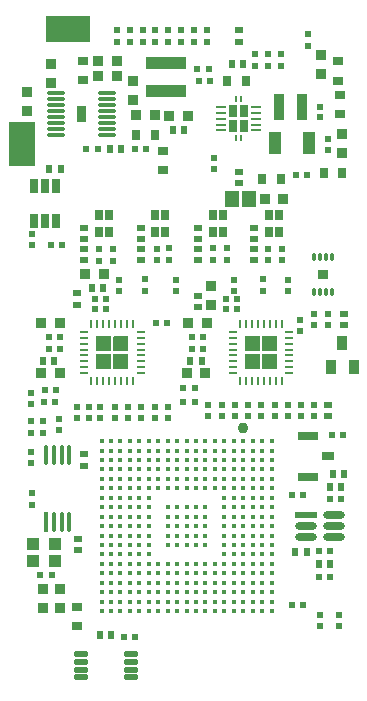
<source format=gtp>
G04*
G04 #@! TF.GenerationSoftware,Altium Limited,Altium Designer,21.0.9 (235)*
G04*
G04 Layer_Color=8421504*
%FSLAX25Y25*%
%MOIN*%
G70*
G04*
G04 #@! TF.SameCoordinates,4C2DBE1E-8494-471D-9509-704978DB3033*
G04*
G04*
G04 #@! TF.FilePolarity,Positive*
G04*
G01*
G75*
%ADD26R,0.02677X0.04134*%
%ADD27R,0.01024X0.01968*%
%ADD28R,0.02362X0.02520*%
%ADD29R,0.02520X0.02362*%
G04:AMPARAMS|DCode=30|XSize=43.31mil|YSize=39.37mil|CornerRadius=2.36mil|HoleSize=0mil|Usage=FLASHONLY|Rotation=180.000|XOffset=0mil|YOffset=0mil|HoleType=Round|Shape=RoundedRectangle|*
%AMROUNDEDRECTD30*
21,1,0.04331,0.03465,0,0,180.0*
21,1,0.03858,0.03937,0,0,180.0*
1,1,0.00472,-0.01929,0.01732*
1,1,0.00472,0.01929,0.01732*
1,1,0.00472,0.01929,-0.01732*
1,1,0.00472,-0.01929,-0.01732*
%
%ADD30ROUNDEDRECTD30*%
%ADD31R,0.02300X0.02000*%
%ADD32R,0.08700X0.14700*%
%ADD33R,0.14700X0.08700*%
%ADD34C,0.01575*%
%ADD35R,0.01968X0.02165*%
%ADD36R,0.03740X0.03347*%
%ADD37R,0.03740X0.02953*%
%ADD38R,0.02000X0.02300*%
%ADD39R,0.03200X0.04600*%
%ADD40R,0.04545X0.05339*%
%ADD41R,0.02165X0.01968*%
%ADD42R,0.03347X0.03740*%
%ADD43R,0.02362X0.02165*%
G04:AMPARAMS|DCode=44|XSize=65.17mil|YSize=14.99mil|CornerRadius=7.5mil|HoleSize=0mil|Usage=FLASHONLY|Rotation=90.000|XOffset=0mil|YOffset=0mil|HoleType=Round|Shape=RoundedRectangle|*
%AMROUNDEDRECTD44*
21,1,0.06517,0.00000,0,0,90.0*
21,1,0.05018,0.01499,0,0,90.0*
1,1,0.01499,0.00000,0.02509*
1,1,0.01499,0.00000,-0.02509*
1,1,0.01499,0.00000,-0.02509*
1,1,0.01499,0.00000,0.02509*
%
%ADD44ROUNDEDRECTD44*%
%ADD45R,0.01499X0.06517*%
G04:AMPARAMS|DCode=46|XSize=9.84mil|YSize=23.62mil|CornerRadius=1.97mil|HoleSize=0mil|Usage=FLASHONLY|Rotation=180.000|XOffset=0mil|YOffset=0mil|HoleType=Round|Shape=RoundedRectangle|*
%AMROUNDEDRECTD46*
21,1,0.00984,0.01968,0,0,180.0*
21,1,0.00591,0.02362,0,0,180.0*
1,1,0.00394,-0.00295,0.00984*
1,1,0.00394,0.00295,0.00984*
1,1,0.00394,0.00295,-0.00984*
1,1,0.00394,-0.00295,-0.00984*
%
%ADD46ROUNDEDRECTD46*%
G04:AMPARAMS|DCode=47|XSize=23.62mil|YSize=9.84mil|CornerRadius=1.97mil|HoleSize=0mil|Usage=FLASHONLY|Rotation=180.000|XOffset=0mil|YOffset=0mil|HoleType=Round|Shape=RoundedRectangle|*
%AMROUNDEDRECTD47*
21,1,0.02362,0.00591,0,0,180.0*
21,1,0.01968,0.00984,0,0,180.0*
1,1,0.00394,-0.00984,0.00295*
1,1,0.00394,0.00984,0.00295*
1,1,0.00394,0.00984,-0.00295*
1,1,0.00394,-0.00984,-0.00295*
%
%ADD47ROUNDEDRECTD47*%
G04:AMPARAMS|DCode=48|XSize=9.06mil|YSize=31.5mil|CornerRadius=1mil|HoleSize=0mil|Usage=FLASHONLY|Rotation=90.000|XOffset=0mil|YOffset=0mil|HoleType=Round|Shape=RoundedRectangle|*
%AMROUNDEDRECTD48*
21,1,0.00906,0.02950,0,0,90.0*
21,1,0.00706,0.03150,0,0,90.0*
1,1,0.00200,0.01475,0.00353*
1,1,0.00200,0.01475,-0.00353*
1,1,0.00200,-0.01475,-0.00353*
1,1,0.00200,-0.01475,0.00353*
%
%ADD48ROUNDEDRECTD48*%
%ADD49R,0.02953X0.03543*%
%ADD50R,0.03543X0.02953*%
%ADD51R,0.03347X0.09055*%
%ADD52R,0.13386X0.03858*%
G04:AMPARAMS|DCode=53|XSize=57.09mil|YSize=11.02mil|CornerRadius=1.38mil|HoleSize=0mil|Usage=FLASHONLY|Rotation=0.000|XOffset=0mil|YOffset=0mil|HoleType=Round|Shape=RoundedRectangle|*
%AMROUNDEDRECTD53*
21,1,0.05709,0.00827,0,0,0.0*
21,1,0.05433,0.01102,0,0,0.0*
1,1,0.00276,0.02717,-0.00413*
1,1,0.00276,-0.02717,-0.00413*
1,1,0.00276,-0.02717,0.00413*
1,1,0.00276,0.02717,0.00413*
%
%ADD53ROUNDEDRECTD53*%
G04:AMPARAMS|DCode=54|XSize=27.95mil|YSize=10.63mil|CornerRadius=3.72mil|HoleSize=0mil|Usage=FLASHONLY|Rotation=270.000|XOffset=0mil|YOffset=0mil|HoleType=Round|Shape=RoundedRectangle|*
%AMROUNDEDRECTD54*
21,1,0.02795,0.00319,0,0,270.0*
21,1,0.02051,0.01063,0,0,270.0*
1,1,0.00744,-0.00160,-0.01026*
1,1,0.00744,-0.00160,0.01026*
1,1,0.00744,0.00160,0.01026*
1,1,0.00744,0.00160,-0.01026*
%
%ADD54ROUNDEDRECTD54*%
G04:AMPARAMS|DCode=55|XSize=25.59mil|YSize=47.24mil|CornerRadius=1.92mil|HoleSize=0mil|Usage=FLASHONLY|Rotation=180.000|XOffset=0mil|YOffset=0mil|HoleType=Round|Shape=RoundedRectangle|*
%AMROUNDEDRECTD55*
21,1,0.02559,0.04341,0,0,180.0*
21,1,0.02175,0.04724,0,0,180.0*
1,1,0.00384,-0.01088,0.02170*
1,1,0.00384,0.01088,0.02170*
1,1,0.00384,0.01088,-0.02170*
1,1,0.00384,-0.01088,-0.02170*
%
%ADD55ROUNDEDRECTD55*%
%ADD56R,0.07301X0.02410*%
G04:AMPARAMS|DCode=57|XSize=73.01mil|YSize=24.1mil|CornerRadius=12.05mil|HoleSize=0mil|Usage=FLASHONLY|Rotation=0.000|XOffset=0mil|YOffset=0mil|HoleType=Round|Shape=RoundedRectangle|*
%AMROUNDEDRECTD57*
21,1,0.07301,0.00000,0,0,0.0*
21,1,0.04891,0.02410,0,0,0.0*
1,1,0.02410,0.02445,0.00000*
1,1,0.02410,-0.02445,0.00000*
1,1,0.02410,-0.02445,0.00000*
1,1,0.02410,0.02445,0.00000*
%
%ADD57ROUNDEDRECTD57*%
G04:AMPARAMS|DCode=58|XSize=17.72mil|YSize=45.28mil|CornerRadius=1.95mil|HoleSize=0mil|Usage=FLASHONLY|Rotation=270.000|XOffset=0mil|YOffset=0mil|HoleType=Round|Shape=RoundedRectangle|*
%AMROUNDEDRECTD58*
21,1,0.01772,0.04138,0,0,270.0*
21,1,0.01382,0.04528,0,0,270.0*
1,1,0.00390,-0.02069,-0.00691*
1,1,0.00390,-0.02069,0.00691*
1,1,0.00390,0.02069,0.00691*
1,1,0.00390,0.02069,-0.00691*
%
%ADD58ROUNDEDRECTD58*%
%ADD59R,0.04331X0.03150*%
%ADD60R,0.06693X0.03150*%
%ADD61R,0.02559X0.03347*%
%ADD62C,0.03637*%
%ADD63R,0.04464X0.07200*%
%ADD64R,0.03100X0.03700*%
G36*
X27610Y189720D02*
X24358D01*
Y195319D01*
X27610D01*
Y189720D01*
D02*
G37*
G36*
X108228Y137343D02*
X104764D01*
Y140571D01*
X108228D01*
Y137343D01*
D02*
G37*
G36*
X91135Y118356D02*
X91190Y118300D01*
X91220Y118228D01*
Y118189D01*
Y113583D01*
Y113543D01*
X91190Y113471D01*
X91135Y113416D01*
X91063Y113386D01*
X86378D01*
X86306Y113416D01*
X86250Y113471D01*
X86221Y113543D01*
Y113583D01*
Y118189D01*
Y118228D01*
X86250Y118300D01*
X86306Y118356D01*
X86378Y118386D01*
X91063D01*
X91135Y118356D01*
D02*
G37*
G36*
X85348D02*
X85403Y118300D01*
X85433Y118228D01*
Y118189D01*
Y113583D01*
Y113543D01*
X85403Y113471D01*
X85348Y113416D01*
X85275Y113386D01*
X80591D01*
X80518Y113416D01*
X80463Y113471D01*
X80433Y113543D01*
Y113583D01*
Y118189D01*
Y118228D01*
X80463Y118300D01*
X80518Y118356D01*
X80591Y118386D01*
X85275D01*
X85348Y118356D01*
D02*
G37*
G36*
X41529D02*
X41584Y118300D01*
X41614Y118228D01*
Y118189D01*
Y113583D01*
Y113543D01*
X41584Y113471D01*
X41529Y113416D01*
X41456Y113386D01*
X36772D01*
X36700Y113416D01*
X36644Y113471D01*
X36614Y113543D01*
Y113583D01*
Y118189D01*
Y118228D01*
X36644Y118300D01*
X36700Y118356D01*
X36772Y118386D01*
X41456D01*
X41529Y118356D01*
D02*
G37*
G36*
X35741D02*
X35797Y118300D01*
X35827Y118228D01*
Y118189D01*
Y113583D01*
Y113543D01*
X35797Y113471D01*
X35741Y113416D01*
X35669Y113386D01*
X30985D01*
X30912Y113416D01*
X30857Y113471D01*
X30827Y113543D01*
Y113583D01*
Y118189D01*
Y118228D01*
X30857Y118300D01*
X30912Y118356D01*
X30985Y118386D01*
X35669D01*
X35741Y118356D01*
D02*
G37*
G36*
X91135Y112568D02*
X91190Y112513D01*
X91220Y112441D01*
Y112402D01*
Y107795D01*
Y107756D01*
X91190Y107684D01*
X91135Y107628D01*
X91063Y107598D01*
X86378D01*
X86306Y107628D01*
X86250Y107684D01*
X86221Y107756D01*
Y107795D01*
Y112402D01*
Y112441D01*
X86250Y112513D01*
X86306Y112568D01*
X86378Y112598D01*
X91063D01*
X91135Y112568D01*
D02*
G37*
G36*
X85348D02*
X85403Y112513D01*
X85433Y112441D01*
Y112402D01*
Y107795D01*
Y107756D01*
X85403Y107684D01*
X85348Y107628D01*
X85275Y107598D01*
X80591D01*
X80518Y107628D01*
X80463Y107684D01*
X80433Y107756D01*
Y107795D01*
Y112402D01*
Y112441D01*
X80463Y112513D01*
X80518Y112568D01*
X80591Y112598D01*
X85275D01*
X85348Y112568D01*
D02*
G37*
G36*
X41529D02*
X41584Y112513D01*
X41614Y112441D01*
Y112402D01*
Y107795D01*
Y107756D01*
X41584Y107684D01*
X41529Y107628D01*
X41456Y107598D01*
X36772D01*
X36700Y107628D01*
X36644Y107684D01*
X36614Y107756D01*
Y107795D01*
Y112402D01*
Y112441D01*
X36644Y112513D01*
X36700Y112568D01*
X36772Y112598D01*
X41456D01*
X41529Y112568D01*
D02*
G37*
G36*
X35741D02*
X35797Y112513D01*
X35827Y112441D01*
Y112402D01*
Y107795D01*
Y107756D01*
X35797Y107684D01*
X35741Y107628D01*
X35669Y107598D01*
X30985D01*
X30912Y107628D01*
X30857Y107684D01*
X30827Y107756D01*
Y107795D01*
Y112402D01*
Y112441D01*
X30857Y112513D01*
X30912Y112568D01*
X30985Y112598D01*
X35669D01*
X35741Y112568D01*
D02*
G37*
D26*
X76575Y193445D02*
D03*
X80118D02*
D03*
Y188445D02*
D03*
X76575D02*
D03*
D27*
X77362Y197362D02*
D03*
X79331D02*
D03*
Y184528D02*
D03*
X77362D02*
D03*
D28*
X16968Y110236D02*
D03*
X13189D02*
D03*
X32010Y18700D02*
D03*
X35790D02*
D03*
X39291Y180709D02*
D03*
X35512D02*
D03*
X33190Y134500D02*
D03*
X29410D02*
D03*
X19090Y174300D02*
D03*
X15310D02*
D03*
X105197Y42520D02*
D03*
X108976D02*
D03*
X97323Y46457D02*
D03*
X101102D02*
D03*
X108740Y68110D02*
D03*
X112520D02*
D03*
X62283Y110236D02*
D03*
X66063D02*
D03*
X109803Y72441D02*
D03*
X113583D02*
D03*
X79843Y209055D02*
D03*
X76063D02*
D03*
X56389Y187019D02*
D03*
X60168D02*
D03*
D29*
X24900Y47110D02*
D03*
Y50890D02*
D03*
X24500Y128910D02*
D03*
Y132690D02*
D03*
X78347Y216614D02*
D03*
Y220394D02*
D03*
X113386Y122126D02*
D03*
Y125906D02*
D03*
X64961Y128110D02*
D03*
Y131890D02*
D03*
X83465Y147559D02*
D03*
Y143780D02*
D03*
Y150866D02*
D03*
Y154646D02*
D03*
X64961Y150866D02*
D03*
Y154646D02*
D03*
Y147559D02*
D03*
Y143780D02*
D03*
X45669Y150866D02*
D03*
Y154646D02*
D03*
Y147559D02*
D03*
Y143780D02*
D03*
X26772Y147559D02*
D03*
Y143780D02*
D03*
Y150866D02*
D03*
Y154646D02*
D03*
X26772Y79055D02*
D03*
Y75276D02*
D03*
X108268Y95591D02*
D03*
Y91811D02*
D03*
X78347Y169370D02*
D03*
Y173150D02*
D03*
D30*
X17081Y49266D02*
D03*
X9994D02*
D03*
X17081Y43360D02*
D03*
X9994D02*
D03*
D31*
X83858Y212330D02*
D03*
Y208530D02*
D03*
X13100Y86200D02*
D03*
Y90000D02*
D03*
X101600Y215200D02*
D03*
Y219000D02*
D03*
X90382Y91801D02*
D03*
Y95601D02*
D03*
X81609Y95601D02*
D03*
Y91801D02*
D03*
X111700Y25522D02*
D03*
Y21722D02*
D03*
X105512Y25522D02*
D03*
Y21722D02*
D03*
X85996Y95601D02*
D03*
Y91801D02*
D03*
X68110Y95601D02*
D03*
Y91801D02*
D03*
X54724Y94813D02*
D03*
Y91013D02*
D03*
X103543Y95601D02*
D03*
Y91801D02*
D03*
X99156Y95601D02*
D03*
Y91801D02*
D03*
X94769Y95601D02*
D03*
Y91801D02*
D03*
X77222Y95601D02*
D03*
Y91801D02*
D03*
X72835Y95601D02*
D03*
Y91801D02*
D03*
X37177Y94813D02*
D03*
Y91013D02*
D03*
X50337Y94813D02*
D03*
Y91013D02*
D03*
X41563Y94813D02*
D03*
Y91013D02*
D03*
X32283Y94813D02*
D03*
Y91013D02*
D03*
X24409Y94813D02*
D03*
Y91013D02*
D03*
X45950Y94813D02*
D03*
Y91013D02*
D03*
X9055Y99538D02*
D03*
Y95738D02*
D03*
X69685Y147687D02*
D03*
Y143887D02*
D03*
X74410Y147687D02*
D03*
Y143887D02*
D03*
X55118Y147687D02*
D03*
Y143887D02*
D03*
X51181Y147569D02*
D03*
Y143769D02*
D03*
X47244Y133533D02*
D03*
Y137333D02*
D03*
X36614Y147452D02*
D03*
Y143652D02*
D03*
X31890Y147452D02*
D03*
Y143652D02*
D03*
X88189Y147569D02*
D03*
Y143769D02*
D03*
X92713Y147569D02*
D03*
Y143769D02*
D03*
X86614Y133533D02*
D03*
Y137333D02*
D03*
X108268Y184184D02*
D03*
Y180384D02*
D03*
X70079Y177884D02*
D03*
Y174084D02*
D03*
X54724Y220404D02*
D03*
Y216604D02*
D03*
X63386Y220404D02*
D03*
Y216604D02*
D03*
X92520Y212330D02*
D03*
Y208530D02*
D03*
X88189Y212330D02*
D03*
Y208530D02*
D03*
X50394Y220404D02*
D03*
Y216604D02*
D03*
X46457Y220404D02*
D03*
Y216604D02*
D03*
X9400Y148700D02*
D03*
Y152500D02*
D03*
X28403Y91013D02*
D03*
Y94813D02*
D03*
X9055Y79853D02*
D03*
Y76053D02*
D03*
X9449Y66073D02*
D03*
Y62273D02*
D03*
X18504Y90876D02*
D03*
Y87076D02*
D03*
X9055Y90000D02*
D03*
Y86200D02*
D03*
X42100Y220400D02*
D03*
Y216600D02*
D03*
X37800Y220400D02*
D03*
Y216600D02*
D03*
X67716Y216604D02*
D03*
Y220404D02*
D03*
X59055D02*
D03*
Y216604D02*
D03*
D32*
X6100Y182600D02*
D03*
D33*
X21400Y220700D02*
D03*
D34*
X32677Y83465D02*
D03*
X35827D02*
D03*
X38976D02*
D03*
X42126D02*
D03*
X45276D02*
D03*
X48425D02*
D03*
X51575D02*
D03*
X54724D02*
D03*
X57874D02*
D03*
X61024D02*
D03*
X64173D02*
D03*
X67323D02*
D03*
X70472D02*
D03*
X73622D02*
D03*
X76772D02*
D03*
X79921D02*
D03*
X83071D02*
D03*
X86221D02*
D03*
X89370D02*
D03*
X32677Y80315D02*
D03*
X35827D02*
D03*
X38976D02*
D03*
X42126D02*
D03*
X45276D02*
D03*
X48425D02*
D03*
X51575D02*
D03*
X54724D02*
D03*
X57874D02*
D03*
X61024D02*
D03*
X64173D02*
D03*
X67323D02*
D03*
X70472D02*
D03*
X73622D02*
D03*
X76772D02*
D03*
X79921D02*
D03*
X83071D02*
D03*
X86221D02*
D03*
X89370D02*
D03*
X32677Y77165D02*
D03*
X35827D02*
D03*
X38976D02*
D03*
X42126D02*
D03*
X45276D02*
D03*
X48425D02*
D03*
X51575D02*
D03*
X54724D02*
D03*
X57874D02*
D03*
X61024D02*
D03*
X64173D02*
D03*
X67323D02*
D03*
X70472D02*
D03*
X73622D02*
D03*
X76772D02*
D03*
X79921D02*
D03*
X83071D02*
D03*
X86221D02*
D03*
X89370D02*
D03*
X32677Y74016D02*
D03*
X35827D02*
D03*
X38976D02*
D03*
X42126D02*
D03*
X45276D02*
D03*
X48425D02*
D03*
X51575D02*
D03*
X54724D02*
D03*
X57874D02*
D03*
X61024D02*
D03*
X64173D02*
D03*
X67323D02*
D03*
X70472D02*
D03*
X73622D02*
D03*
X76772D02*
D03*
X79921D02*
D03*
X83071D02*
D03*
X86221D02*
D03*
X89370D02*
D03*
X32677Y70866D02*
D03*
X35827D02*
D03*
X38976D02*
D03*
X42126D02*
D03*
X45276D02*
D03*
X48425D02*
D03*
X51575D02*
D03*
X54724D02*
D03*
X57874D02*
D03*
X61024D02*
D03*
X64173D02*
D03*
X67323D02*
D03*
X70472D02*
D03*
X73622D02*
D03*
X76772D02*
D03*
X79921D02*
D03*
X83071D02*
D03*
X86221D02*
D03*
X89370D02*
D03*
X32677Y67716D02*
D03*
X35827D02*
D03*
X38976D02*
D03*
X42126D02*
D03*
X45276D02*
D03*
X48425D02*
D03*
X51575D02*
D03*
X54724D02*
D03*
X57874D02*
D03*
X61024D02*
D03*
X64173D02*
D03*
X67323D02*
D03*
X70472D02*
D03*
X73622D02*
D03*
X76772D02*
D03*
X79921D02*
D03*
X83071D02*
D03*
X86221D02*
D03*
X89370D02*
D03*
X32677Y64567D02*
D03*
X35827D02*
D03*
X38976D02*
D03*
X42126D02*
D03*
X45276D02*
D03*
X48425D02*
D03*
X73622D02*
D03*
X76772D02*
D03*
X79921D02*
D03*
X83071D02*
D03*
X86221D02*
D03*
X89370D02*
D03*
X32677Y61417D02*
D03*
X35827D02*
D03*
X38976D02*
D03*
X42126D02*
D03*
X45276D02*
D03*
X48425D02*
D03*
X54724D02*
D03*
X57874D02*
D03*
X61024D02*
D03*
X64173D02*
D03*
X67323D02*
D03*
X73622D02*
D03*
X76772D02*
D03*
X79921D02*
D03*
X83071D02*
D03*
X86221D02*
D03*
X89370D02*
D03*
X32677Y58268D02*
D03*
X35827D02*
D03*
X38976D02*
D03*
X42126D02*
D03*
X45276D02*
D03*
X48425D02*
D03*
X54724D02*
D03*
X57874D02*
D03*
X61024D02*
D03*
X64173D02*
D03*
X67323D02*
D03*
X73622D02*
D03*
X76772D02*
D03*
X79921D02*
D03*
X83071D02*
D03*
X86221D02*
D03*
X89370D02*
D03*
X32677Y55118D02*
D03*
X35827D02*
D03*
X38976D02*
D03*
X42126D02*
D03*
X45276D02*
D03*
X48425D02*
D03*
X54724D02*
D03*
X57874D02*
D03*
X61024D02*
D03*
X64173D02*
D03*
X67323D02*
D03*
X73622D02*
D03*
X76772D02*
D03*
X79921D02*
D03*
X83071D02*
D03*
X86221D02*
D03*
X89370D02*
D03*
X32677Y51968D02*
D03*
X35827D02*
D03*
X38976D02*
D03*
X42126D02*
D03*
X45276D02*
D03*
X48425D02*
D03*
X54724D02*
D03*
X57874D02*
D03*
X61024D02*
D03*
X64173D02*
D03*
X67323D02*
D03*
X73622D02*
D03*
X76772D02*
D03*
X79921D02*
D03*
X83071D02*
D03*
X86221D02*
D03*
X89370D02*
D03*
X32677Y48819D02*
D03*
X35827D02*
D03*
X38976D02*
D03*
X42126D02*
D03*
X45276D02*
D03*
X48425D02*
D03*
X54724D02*
D03*
X57874D02*
D03*
X61024D02*
D03*
X64173D02*
D03*
X67323D02*
D03*
X73622D02*
D03*
X76772D02*
D03*
X79921D02*
D03*
X83071D02*
D03*
X86221D02*
D03*
X89370D02*
D03*
X32677Y45669D02*
D03*
X35827D02*
D03*
X38976D02*
D03*
X42126D02*
D03*
X45276D02*
D03*
X48425D02*
D03*
X73622D02*
D03*
X76772D02*
D03*
X79921D02*
D03*
X83071D02*
D03*
X86221D02*
D03*
X89370D02*
D03*
X32677Y42520D02*
D03*
X35827D02*
D03*
X38976D02*
D03*
X42126D02*
D03*
X45276D02*
D03*
X48425D02*
D03*
X51575D02*
D03*
X54724D02*
D03*
X57874D02*
D03*
X61024D02*
D03*
X64173D02*
D03*
X67323D02*
D03*
X70472D02*
D03*
X73622D02*
D03*
X76772D02*
D03*
X79921D02*
D03*
X83071D02*
D03*
X86221D02*
D03*
X89370D02*
D03*
X32677Y39370D02*
D03*
X35827D02*
D03*
X38976D02*
D03*
X42126D02*
D03*
X45276D02*
D03*
X48425D02*
D03*
X51575D02*
D03*
X54724D02*
D03*
X57874D02*
D03*
X61024D02*
D03*
X64173D02*
D03*
X67323D02*
D03*
X70472D02*
D03*
X73622D02*
D03*
X76772D02*
D03*
X79921D02*
D03*
X83071D02*
D03*
X86221D02*
D03*
X89370D02*
D03*
X32677Y36220D02*
D03*
X35827D02*
D03*
X38976D02*
D03*
X42126D02*
D03*
X45276D02*
D03*
X48425D02*
D03*
X51575D02*
D03*
X54724D02*
D03*
X57874D02*
D03*
X61024D02*
D03*
X64173D02*
D03*
X67323D02*
D03*
X70472D02*
D03*
X73622D02*
D03*
X76772D02*
D03*
X79921D02*
D03*
X83071D02*
D03*
X86221D02*
D03*
X89370D02*
D03*
X32677Y33071D02*
D03*
X35827D02*
D03*
X38976D02*
D03*
X42126D02*
D03*
X45276D02*
D03*
X48425D02*
D03*
X51575D02*
D03*
X54724D02*
D03*
X57874D02*
D03*
X61024D02*
D03*
X64173D02*
D03*
X67323D02*
D03*
X70472D02*
D03*
X73622D02*
D03*
X76772D02*
D03*
X79921D02*
D03*
X83071D02*
D03*
X86221D02*
D03*
X89370D02*
D03*
X32677Y29921D02*
D03*
X35827D02*
D03*
X38976D02*
D03*
X42126D02*
D03*
X45276D02*
D03*
X48425D02*
D03*
X51575D02*
D03*
X54724D02*
D03*
X57874D02*
D03*
X61024D02*
D03*
X64173D02*
D03*
X67323D02*
D03*
X70472D02*
D03*
X73622D02*
D03*
X76772D02*
D03*
X79921D02*
D03*
X83071D02*
D03*
X86221D02*
D03*
X89370D02*
D03*
X32677Y26772D02*
D03*
X35827D02*
D03*
X38976D02*
D03*
X42126D02*
D03*
X45276D02*
D03*
X48425D02*
D03*
X51575D02*
D03*
X54724D02*
D03*
X57874D02*
D03*
X61024D02*
D03*
X64173D02*
D03*
X67323D02*
D03*
X70472D02*
D03*
X73622D02*
D03*
X76772D02*
D03*
X79921D02*
D03*
X83071D02*
D03*
X86221D02*
D03*
X89370D02*
D03*
D35*
X40230Y18200D02*
D03*
X43970D02*
D03*
X74114Y127559D02*
D03*
X77854D02*
D03*
X74114Y130709D02*
D03*
X77854D02*
D03*
X50829Y122835D02*
D03*
X54569D02*
D03*
X30413Y130709D02*
D03*
X34154D02*
D03*
X30413Y127559D02*
D03*
X34154D02*
D03*
X99902Y28740D02*
D03*
X96161D02*
D03*
X101083Y172047D02*
D03*
X97342D02*
D03*
X68799Y203543D02*
D03*
X65059D02*
D03*
D36*
X18800Y27950D02*
D03*
Y34250D02*
D03*
X105905Y205947D02*
D03*
Y212246D02*
D03*
X69279Y135039D02*
D03*
Y128740D02*
D03*
X13200Y34250D02*
D03*
Y27950D02*
D03*
X112992Y179528D02*
D03*
Y185827D02*
D03*
X43307Y203543D02*
D03*
Y197244D02*
D03*
X7900Y193550D02*
D03*
Y199850D02*
D03*
X15748Y202756D02*
D03*
Y209055D02*
D03*
D37*
X111417Y203346D02*
D03*
Y210039D02*
D03*
D38*
X31428Y180709D02*
D03*
X27628D02*
D03*
X66467Y114173D02*
D03*
X62667D02*
D03*
X66467Y118110D02*
D03*
X62667D02*
D03*
X108869Y46850D02*
D03*
X105069D02*
D03*
X108987Y38189D02*
D03*
X105187D02*
D03*
X99932Y65354D02*
D03*
X96131D02*
D03*
X108730Y64117D02*
D03*
X112530D02*
D03*
X109517Y85433D02*
D03*
X113317D02*
D03*
X59911Y101181D02*
D03*
X63711D02*
D03*
X18829Y118110D02*
D03*
X15029D02*
D03*
X18829Y114173D02*
D03*
X15029D02*
D03*
X17300Y96600D02*
D03*
X13500D02*
D03*
X17500Y100400D02*
D03*
X13700D02*
D03*
X68435Y207480D02*
D03*
X64635D02*
D03*
X43769Y180709D02*
D03*
X47569D02*
D03*
X19500Y148800D02*
D03*
X15700D02*
D03*
X12273Y38746D02*
D03*
X16073D02*
D03*
X59911Y96457D02*
D03*
X63711D02*
D03*
D39*
X109252Y108205D02*
D03*
X116732D02*
D03*
X112992Y116205D02*
D03*
D40*
X76276Y164173D02*
D03*
X81992D02*
D03*
D41*
X76878Y137303D02*
D03*
Y133563D02*
D03*
X57480Y137303D02*
D03*
Y133563D02*
D03*
X108268Y125886D02*
D03*
Y122146D02*
D03*
X103543Y125886D02*
D03*
Y122146D02*
D03*
X94882Y137303D02*
D03*
Y133563D02*
D03*
X98819Y120177D02*
D03*
Y123917D02*
D03*
X38583Y133563D02*
D03*
Y137303D02*
D03*
D42*
X18898Y122835D02*
D03*
X12598D02*
D03*
X61417D02*
D03*
X67716D02*
D03*
X61024Y106299D02*
D03*
X67323D02*
D03*
X27250Y139100D02*
D03*
X33550D02*
D03*
X12598Y106299D02*
D03*
X18898D02*
D03*
X55118Y191732D02*
D03*
X61417D02*
D03*
X50394Y192126D02*
D03*
X44094D02*
D03*
X31496Y210236D02*
D03*
X37795D02*
D03*
X31496Y205118D02*
D03*
X37795D02*
D03*
X93307Y164173D02*
D03*
X87008D02*
D03*
D43*
X105512Y194980D02*
D03*
Y191634D02*
D03*
D44*
X14272Y78840D02*
D03*
X16831D02*
D03*
X19390D02*
D03*
X21949D02*
D03*
Y56593D02*
D03*
X19390D02*
D03*
X16831D02*
D03*
D45*
X14272D02*
D03*
D46*
X92716Y103543D02*
D03*
X90748D02*
D03*
X88779D02*
D03*
X86811D02*
D03*
X84842D02*
D03*
X82874D02*
D03*
X80905D02*
D03*
X78937D02*
D03*
Y122441D02*
D03*
X80905D02*
D03*
X82874D02*
D03*
X84842D02*
D03*
X86811D02*
D03*
X88779D02*
D03*
X90748D02*
D03*
X92716D02*
D03*
X43110Y103543D02*
D03*
X41142D02*
D03*
X39173D02*
D03*
X37205D02*
D03*
X35236D02*
D03*
X33268D02*
D03*
X31299D02*
D03*
X29331D02*
D03*
Y122441D02*
D03*
X31299D02*
D03*
X33268D02*
D03*
X35236D02*
D03*
X37205D02*
D03*
X39173D02*
D03*
X41142D02*
D03*
X43110D02*
D03*
D47*
X76378Y106102D02*
D03*
Y108071D02*
D03*
Y110039D02*
D03*
Y112008D02*
D03*
Y113976D02*
D03*
Y115945D02*
D03*
Y117913D02*
D03*
Y119882D02*
D03*
X95276D02*
D03*
Y117913D02*
D03*
Y115945D02*
D03*
Y113976D02*
D03*
Y112008D02*
D03*
Y110039D02*
D03*
Y108071D02*
D03*
Y106102D02*
D03*
X26772D02*
D03*
Y108071D02*
D03*
Y110039D02*
D03*
Y112008D02*
D03*
Y113976D02*
D03*
Y115945D02*
D03*
Y117913D02*
D03*
Y119882D02*
D03*
X45669D02*
D03*
Y117913D02*
D03*
Y115945D02*
D03*
Y113976D02*
D03*
Y112008D02*
D03*
Y110039D02*
D03*
Y108071D02*
D03*
Y106102D02*
D03*
D48*
X72539Y194882D02*
D03*
Y192913D02*
D03*
Y190945D02*
D03*
Y188976D02*
D03*
Y187008D02*
D03*
X84153D02*
D03*
Y188976D02*
D03*
Y190945D02*
D03*
Y192913D02*
D03*
Y194882D02*
D03*
D49*
X80709Y203543D02*
D03*
X74410D02*
D03*
X86221Y170866D02*
D03*
X92520D02*
D03*
X44094Y185433D02*
D03*
X50394D02*
D03*
D50*
X112311Y198933D02*
D03*
Y192634D02*
D03*
X24500Y21950D02*
D03*
Y28250D02*
D03*
X26378Y203937D02*
D03*
Y210236D02*
D03*
X53040Y173830D02*
D03*
Y180129D02*
D03*
D51*
X99508Y194882D02*
D03*
X91831D02*
D03*
D52*
X54331Y209390D02*
D03*
Y200059D02*
D03*
D53*
X17480Y199409D02*
D03*
Y197441D02*
D03*
Y195473D02*
D03*
Y193504D02*
D03*
Y191535D02*
D03*
Y189567D02*
D03*
Y187598D02*
D03*
Y185630D02*
D03*
X34488D02*
D03*
Y187598D02*
D03*
Y189567D02*
D03*
Y191535D02*
D03*
Y193504D02*
D03*
Y195473D02*
D03*
Y197441D02*
D03*
Y199409D02*
D03*
D54*
X109449Y144843D02*
D03*
X107480D02*
D03*
X105512D02*
D03*
X103543D02*
D03*
Y133071D02*
D03*
X105512D02*
D03*
X107480D02*
D03*
X109449D02*
D03*
D55*
X10060Y156893D02*
D03*
X13800D02*
D03*
X17540D02*
D03*
Y168507D02*
D03*
X13800D02*
D03*
X10060D02*
D03*
D56*
X100983Y58858D02*
D03*
D57*
Y55118D02*
D03*
Y51378D02*
D03*
X110040D02*
D03*
Y55118D02*
D03*
Y58858D02*
D03*
D58*
X25834Y12439D02*
D03*
Y9879D02*
D03*
Y7321D02*
D03*
Y4761D02*
D03*
X42566Y12439D02*
D03*
Y9879D02*
D03*
Y7321D02*
D03*
Y4761D02*
D03*
D59*
X108071Y78347D02*
D03*
D60*
X101575Y85039D02*
D03*
Y71653D02*
D03*
D61*
X35276Y158780D02*
D03*
X31890D02*
D03*
X35276Y153032D02*
D03*
X31890D02*
D03*
X91732Y158780D02*
D03*
X88346D02*
D03*
X91732Y153032D02*
D03*
X88346D02*
D03*
X73176Y158780D02*
D03*
X69790D02*
D03*
X73176Y153032D02*
D03*
X69790D02*
D03*
X53832Y158780D02*
D03*
X50446D02*
D03*
X53832Y153032D02*
D03*
X50446D02*
D03*
D62*
X79921Y87795D02*
D03*
D63*
X101772Y182677D02*
D03*
X90354D02*
D03*
D64*
X112854Y172835D02*
D03*
X106831D02*
D03*
M02*

</source>
